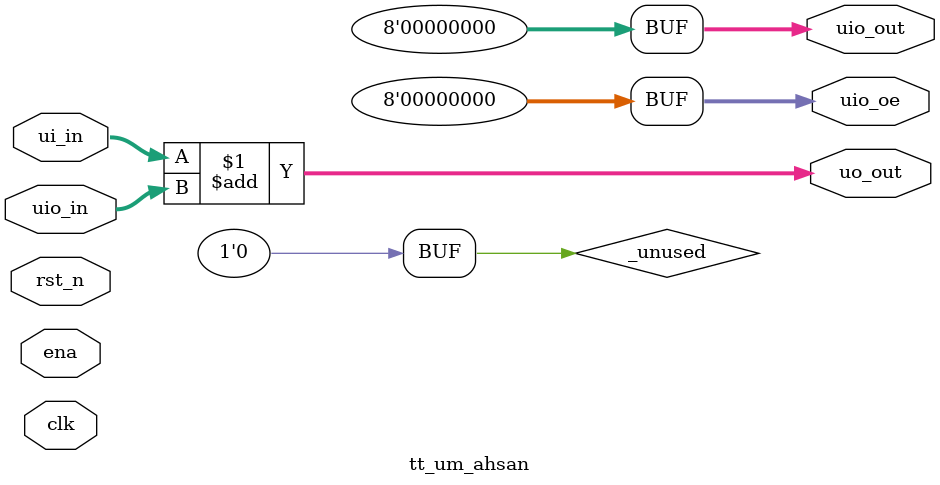
<source format=v>
/*
 * Copyright (c) 2024 Your Name
 * SPDX-License-Identifier: Apache-2.0
 */

`default_nettype none

module tt_um_ahsan (
    input  wire [7:0] ui_in,    // Dedicated inputs
    output wire [7:0] uo_out,   // Dedicated outputs
    input  wire [7:0] uio_in,   // IOs: Input path
    output wire [7:0] uio_out,  // IOs: Output path
    output wire [7:0] uio_oe,   // IOs: Enable path (active high: 0=input, 1=output)
    input  wire       ena,      // always 1 when the design is powered, so you can ignore it
    input  wire       clk,      // clock
    input  wire       rst_n     // reset_n - low to reset
);

  // All output pins must be assigned. If not used, assign to 0.
  assign uo_out  = ui_in + uio_in;  // Example: ou_out is the sum of ui_in and uio_in
  assign uio_out = 0;
  assign uio_oe  = 0;

  // List all unused inputs to prevent warnings
  wire _unused = &{ena, clk, rst_n, 1'b0};

endmodule

</source>
